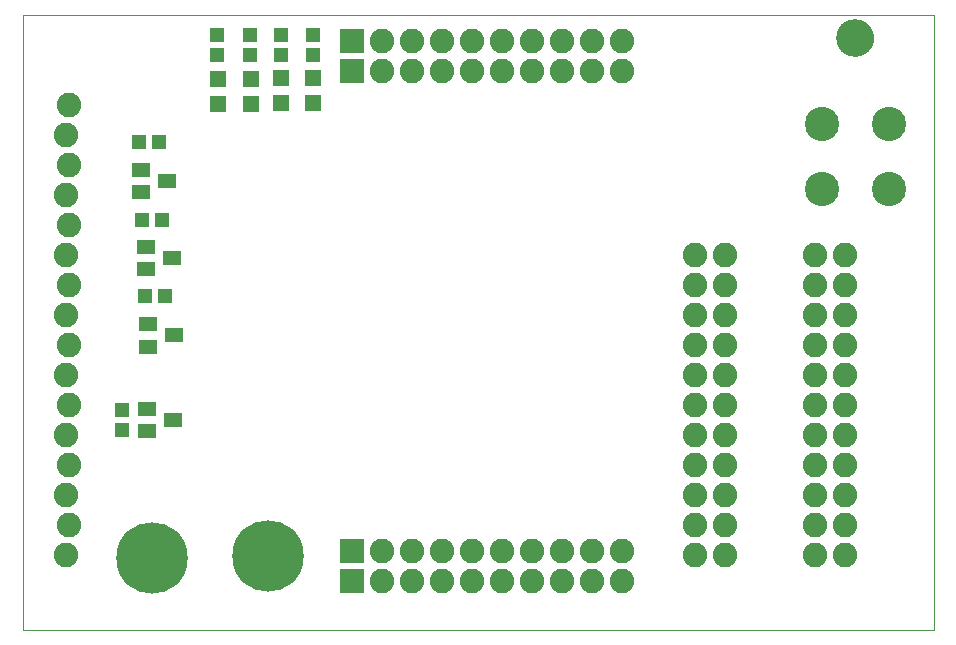
<source format=gts>
G75*
%MOIN*%
%OFA0B0*%
%FSLAX25Y25*%
%IPPOS*%
%LPD*%
%AMOC8*
5,1,8,0,0,1.08239X$1,22.5*
%
%ADD10C,0.00000*%
%ADD11C,0.08200*%
%ADD12R,0.05524X0.05524*%
%ADD13R,0.05131X0.04737*%
%ADD14R,0.06312X0.04737*%
%ADD15R,0.04737X0.05131*%
%ADD16R,0.08200X0.08200*%
%ADD17C,0.23800*%
%ADD18C,0.12611*%
%ADD19C,0.11430*%
D10*
X0036217Y0028618D02*
X0036217Y0233579D01*
X0339918Y0233579D01*
X0339918Y0028618D01*
X0036217Y0028618D01*
X0307792Y0225862D02*
X0307794Y0226015D01*
X0307800Y0226169D01*
X0307810Y0226322D01*
X0307824Y0226474D01*
X0307842Y0226627D01*
X0307864Y0226778D01*
X0307889Y0226929D01*
X0307919Y0227080D01*
X0307953Y0227230D01*
X0307990Y0227378D01*
X0308031Y0227526D01*
X0308076Y0227672D01*
X0308125Y0227818D01*
X0308178Y0227962D01*
X0308234Y0228104D01*
X0308294Y0228245D01*
X0308358Y0228385D01*
X0308425Y0228523D01*
X0308496Y0228659D01*
X0308571Y0228793D01*
X0308648Y0228925D01*
X0308730Y0229055D01*
X0308814Y0229183D01*
X0308902Y0229309D01*
X0308993Y0229432D01*
X0309087Y0229553D01*
X0309185Y0229671D01*
X0309285Y0229787D01*
X0309389Y0229900D01*
X0309495Y0230011D01*
X0309604Y0230119D01*
X0309716Y0230224D01*
X0309830Y0230325D01*
X0309948Y0230424D01*
X0310067Y0230520D01*
X0310189Y0230613D01*
X0310314Y0230702D01*
X0310441Y0230789D01*
X0310570Y0230871D01*
X0310701Y0230951D01*
X0310834Y0231027D01*
X0310969Y0231100D01*
X0311106Y0231169D01*
X0311245Y0231234D01*
X0311385Y0231296D01*
X0311527Y0231354D01*
X0311670Y0231409D01*
X0311815Y0231460D01*
X0311961Y0231507D01*
X0312108Y0231550D01*
X0312256Y0231589D01*
X0312405Y0231625D01*
X0312555Y0231656D01*
X0312706Y0231684D01*
X0312857Y0231708D01*
X0313010Y0231728D01*
X0313162Y0231744D01*
X0313315Y0231756D01*
X0313468Y0231764D01*
X0313621Y0231768D01*
X0313775Y0231768D01*
X0313928Y0231764D01*
X0314081Y0231756D01*
X0314234Y0231744D01*
X0314386Y0231728D01*
X0314539Y0231708D01*
X0314690Y0231684D01*
X0314841Y0231656D01*
X0314991Y0231625D01*
X0315140Y0231589D01*
X0315288Y0231550D01*
X0315435Y0231507D01*
X0315581Y0231460D01*
X0315726Y0231409D01*
X0315869Y0231354D01*
X0316011Y0231296D01*
X0316151Y0231234D01*
X0316290Y0231169D01*
X0316427Y0231100D01*
X0316562Y0231027D01*
X0316695Y0230951D01*
X0316826Y0230871D01*
X0316955Y0230789D01*
X0317082Y0230702D01*
X0317207Y0230613D01*
X0317329Y0230520D01*
X0317448Y0230424D01*
X0317566Y0230325D01*
X0317680Y0230224D01*
X0317792Y0230119D01*
X0317901Y0230011D01*
X0318007Y0229900D01*
X0318111Y0229787D01*
X0318211Y0229671D01*
X0318309Y0229553D01*
X0318403Y0229432D01*
X0318494Y0229309D01*
X0318582Y0229183D01*
X0318666Y0229055D01*
X0318748Y0228925D01*
X0318825Y0228793D01*
X0318900Y0228659D01*
X0318971Y0228523D01*
X0319038Y0228385D01*
X0319102Y0228245D01*
X0319162Y0228104D01*
X0319218Y0227962D01*
X0319271Y0227818D01*
X0319320Y0227672D01*
X0319365Y0227526D01*
X0319406Y0227378D01*
X0319443Y0227230D01*
X0319477Y0227080D01*
X0319507Y0226929D01*
X0319532Y0226778D01*
X0319554Y0226627D01*
X0319572Y0226474D01*
X0319586Y0226322D01*
X0319596Y0226169D01*
X0319602Y0226015D01*
X0319604Y0225862D01*
X0319602Y0225709D01*
X0319596Y0225555D01*
X0319586Y0225402D01*
X0319572Y0225250D01*
X0319554Y0225097D01*
X0319532Y0224946D01*
X0319507Y0224795D01*
X0319477Y0224644D01*
X0319443Y0224494D01*
X0319406Y0224346D01*
X0319365Y0224198D01*
X0319320Y0224052D01*
X0319271Y0223906D01*
X0319218Y0223762D01*
X0319162Y0223620D01*
X0319102Y0223479D01*
X0319038Y0223339D01*
X0318971Y0223201D01*
X0318900Y0223065D01*
X0318825Y0222931D01*
X0318748Y0222799D01*
X0318666Y0222669D01*
X0318582Y0222541D01*
X0318494Y0222415D01*
X0318403Y0222292D01*
X0318309Y0222171D01*
X0318211Y0222053D01*
X0318111Y0221937D01*
X0318007Y0221824D01*
X0317901Y0221713D01*
X0317792Y0221605D01*
X0317680Y0221500D01*
X0317566Y0221399D01*
X0317448Y0221300D01*
X0317329Y0221204D01*
X0317207Y0221111D01*
X0317082Y0221022D01*
X0316955Y0220935D01*
X0316826Y0220853D01*
X0316695Y0220773D01*
X0316562Y0220697D01*
X0316427Y0220624D01*
X0316290Y0220555D01*
X0316151Y0220490D01*
X0316011Y0220428D01*
X0315869Y0220370D01*
X0315726Y0220315D01*
X0315581Y0220264D01*
X0315435Y0220217D01*
X0315288Y0220174D01*
X0315140Y0220135D01*
X0314991Y0220099D01*
X0314841Y0220068D01*
X0314690Y0220040D01*
X0314539Y0220016D01*
X0314386Y0219996D01*
X0314234Y0219980D01*
X0314081Y0219968D01*
X0313928Y0219960D01*
X0313775Y0219956D01*
X0313621Y0219956D01*
X0313468Y0219960D01*
X0313315Y0219968D01*
X0313162Y0219980D01*
X0313010Y0219996D01*
X0312857Y0220016D01*
X0312706Y0220040D01*
X0312555Y0220068D01*
X0312405Y0220099D01*
X0312256Y0220135D01*
X0312108Y0220174D01*
X0311961Y0220217D01*
X0311815Y0220264D01*
X0311670Y0220315D01*
X0311527Y0220370D01*
X0311385Y0220428D01*
X0311245Y0220490D01*
X0311106Y0220555D01*
X0310969Y0220624D01*
X0310834Y0220697D01*
X0310701Y0220773D01*
X0310570Y0220853D01*
X0310441Y0220935D01*
X0310314Y0221022D01*
X0310189Y0221111D01*
X0310067Y0221204D01*
X0309948Y0221300D01*
X0309830Y0221399D01*
X0309716Y0221500D01*
X0309604Y0221605D01*
X0309495Y0221713D01*
X0309389Y0221824D01*
X0309285Y0221937D01*
X0309185Y0222053D01*
X0309087Y0222171D01*
X0308993Y0222292D01*
X0308902Y0222415D01*
X0308814Y0222541D01*
X0308730Y0222669D01*
X0308648Y0222799D01*
X0308571Y0222931D01*
X0308496Y0223065D01*
X0308425Y0223201D01*
X0308358Y0223339D01*
X0308294Y0223479D01*
X0308234Y0223620D01*
X0308178Y0223762D01*
X0308125Y0223906D01*
X0308076Y0224052D01*
X0308031Y0224198D01*
X0307990Y0224346D01*
X0307953Y0224494D01*
X0307919Y0224644D01*
X0307889Y0224795D01*
X0307864Y0224946D01*
X0307842Y0225097D01*
X0307824Y0225250D01*
X0307810Y0225402D01*
X0307800Y0225555D01*
X0307794Y0225709D01*
X0307792Y0225862D01*
D11*
X0235823Y0224760D03*
X0225823Y0224760D03*
X0215823Y0224760D03*
X0205823Y0224760D03*
X0195823Y0224760D03*
X0185823Y0224760D03*
X0175823Y0224760D03*
X0165823Y0224760D03*
X0155823Y0224760D03*
X0155823Y0214760D03*
X0165823Y0214760D03*
X0175823Y0214760D03*
X0185823Y0214760D03*
X0195823Y0214760D03*
X0205823Y0214760D03*
X0215823Y0214760D03*
X0225823Y0214760D03*
X0235823Y0214760D03*
X0260217Y0153618D03*
X0270217Y0153618D03*
X0270217Y0143618D03*
X0260217Y0143618D03*
X0260217Y0133618D03*
X0270217Y0133618D03*
X0270217Y0123618D03*
X0260217Y0123618D03*
X0260217Y0113618D03*
X0260217Y0103618D03*
X0270217Y0103618D03*
X0270217Y0113618D03*
X0270217Y0093618D03*
X0260217Y0093618D03*
X0260217Y0083618D03*
X0270217Y0083618D03*
X0270217Y0073618D03*
X0260217Y0073618D03*
X0260217Y0063618D03*
X0270217Y0063618D03*
X0270217Y0053618D03*
X0260217Y0053618D03*
X0235823Y0054760D03*
X0225823Y0054760D03*
X0215823Y0054760D03*
X0205823Y0054760D03*
X0195823Y0054760D03*
X0185823Y0054760D03*
X0175823Y0054760D03*
X0165823Y0054760D03*
X0155823Y0054760D03*
X0155823Y0044760D03*
X0165823Y0044760D03*
X0175823Y0044760D03*
X0185823Y0044760D03*
X0195823Y0044760D03*
X0205823Y0044760D03*
X0215823Y0044760D03*
X0225823Y0044760D03*
X0235823Y0044760D03*
X0300217Y0053618D03*
X0310217Y0053618D03*
X0310217Y0063618D03*
X0300217Y0063618D03*
X0300217Y0073618D03*
X0310217Y0073618D03*
X0310217Y0083618D03*
X0300217Y0083618D03*
X0300217Y0093618D03*
X0310217Y0093618D03*
X0310217Y0103618D03*
X0300217Y0103618D03*
X0300217Y0113618D03*
X0310217Y0113618D03*
X0310217Y0123618D03*
X0300217Y0123618D03*
X0300217Y0133618D03*
X0310217Y0133618D03*
X0310217Y0143618D03*
X0300217Y0143618D03*
X0300217Y0153618D03*
X0310217Y0153618D03*
X0051717Y0143618D03*
X0050717Y0133618D03*
X0051717Y0123618D03*
X0050717Y0113618D03*
X0051717Y0103618D03*
X0050717Y0093618D03*
X0051717Y0083618D03*
X0050717Y0073618D03*
X0051717Y0063618D03*
X0050717Y0053618D03*
X0050717Y0153618D03*
X0051717Y0163618D03*
X0050717Y0173618D03*
X0051717Y0183618D03*
X0050717Y0193618D03*
X0051717Y0203618D03*
D12*
X0101154Y0203957D03*
X0101154Y0212224D03*
X0112178Y0212146D03*
X0112178Y0203878D03*
X0122414Y0204193D03*
X0122414Y0212461D03*
X0133044Y0212382D03*
X0133044Y0204114D03*
D13*
X0132902Y0220232D03*
X0132902Y0226925D03*
X0122272Y0226846D03*
X0122272Y0220154D03*
X0112036Y0220075D03*
X0112036Y0226768D03*
X0101012Y0226689D03*
X0101012Y0219996D03*
X0069343Y0101925D03*
X0069343Y0095232D03*
D14*
X0077627Y0094839D03*
X0077627Y0102319D03*
X0086288Y0098579D03*
X0078020Y0122988D03*
X0078020Y0130469D03*
X0086682Y0126728D03*
X0077233Y0148807D03*
X0085894Y0152547D03*
X0077233Y0156287D03*
X0075658Y0174445D03*
X0075658Y0181925D03*
X0084320Y0178185D03*
D15*
X0082776Y0165287D03*
X0076083Y0165287D03*
X0076886Y0139697D03*
X0083579Y0139697D03*
X0081729Y0191272D03*
X0075036Y0191272D03*
D16*
X0145823Y0214760D03*
X0145823Y0224760D03*
X0145823Y0054760D03*
X0145823Y0044760D03*
D17*
X0118107Y0053028D03*
X0079131Y0052634D03*
D18*
X0313698Y0225862D03*
D19*
X0324918Y0197122D03*
X0302477Y0197122D03*
X0302477Y0175469D03*
X0324918Y0175469D03*
M02*

</source>
